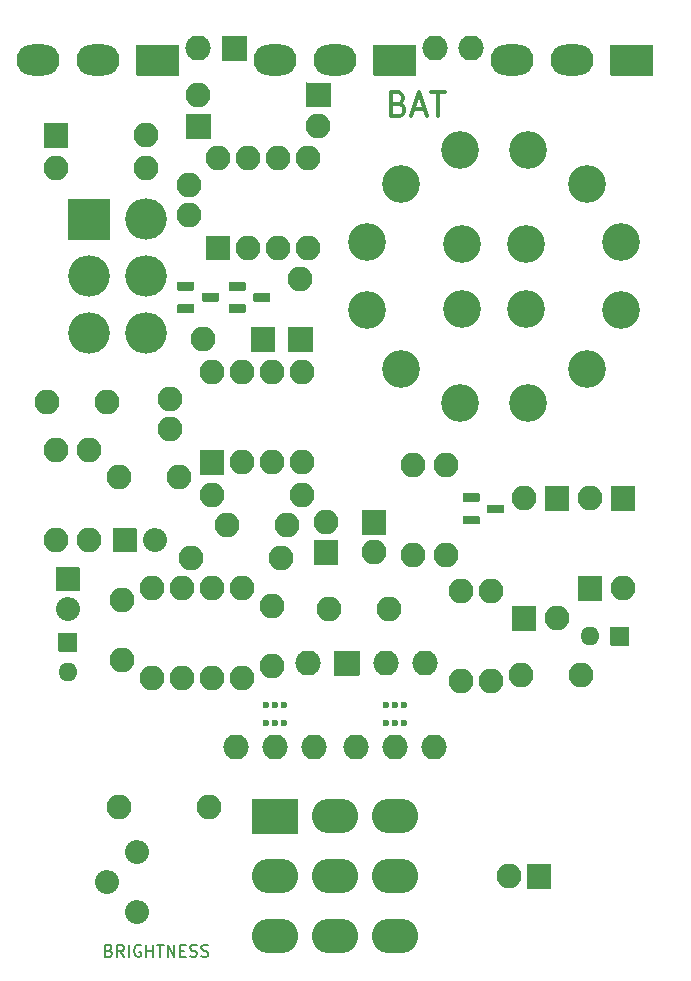
<source format=gbr>
G04 #@! TF.GenerationSoftware,KiCad,Pcbnew,(5.1.8-0-10_14)*
G04 #@! TF.CreationDate,2021-01-24T00:18:35+01:00*
G04 #@! TF.ProjectId,bat,6261742e-6b69-4636-9164-5f7063625858,rev?*
G04 #@! TF.SameCoordinates,Original*
G04 #@! TF.FileFunction,Soldermask,Top*
G04 #@! TF.FilePolarity,Negative*
%FSLAX46Y46*%
G04 Gerber Fmt 4.6, Leading zero omitted, Abs format (unit mm)*
G04 Created by KiCad (PCBNEW (5.1.8-0-10_14)) date 2021-01-24 00:18:35*
%MOMM*%
%LPD*%
G01*
G04 APERTURE LIST*
%ADD10C,0.300000*%
%ADD11C,0.150000*%
%ADD12O,2.100000X2.100000*%
%ADD13O,3.916000X2.916000*%
%ADD14O,3.640000X2.640000*%
%ADD15C,3.198800*%
%ADD16C,0.600000*%
%ADD17O,3.516000X3.516000*%
%ADD18O,2.030400X2.030400*%
%ADD19O,2.132000X2.132000*%
%ADD20O,1.608000X1.608000*%
G04 APERTURE END LIST*
D10*
X92757809Y-83677142D02*
X93043523Y-83772380D01*
X93138761Y-83867619D01*
X93234000Y-84058095D01*
X93234000Y-84343809D01*
X93138761Y-84534285D01*
X93043523Y-84629523D01*
X92853047Y-84724761D01*
X92091142Y-84724761D01*
X92091142Y-82724761D01*
X92757809Y-82724761D01*
X92948285Y-82820000D01*
X93043523Y-82915238D01*
X93138761Y-83105714D01*
X93138761Y-83296190D01*
X93043523Y-83486666D01*
X92948285Y-83581904D01*
X92757809Y-83677142D01*
X92091142Y-83677142D01*
X93995904Y-84153333D02*
X94948285Y-84153333D01*
X93805428Y-84724761D02*
X94472095Y-82724761D01*
X95138761Y-84724761D01*
X95519714Y-82724761D02*
X96662571Y-82724761D01*
X96091142Y-84724761D02*
X96091142Y-82724761D01*
D11*
X68263000Y-155376571D02*
X68405857Y-155424190D01*
X68453476Y-155471809D01*
X68501095Y-155567047D01*
X68501095Y-155709904D01*
X68453476Y-155805142D01*
X68405857Y-155852761D01*
X68310619Y-155900380D01*
X67929666Y-155900380D01*
X67929666Y-154900380D01*
X68263000Y-154900380D01*
X68358238Y-154948000D01*
X68405857Y-154995619D01*
X68453476Y-155090857D01*
X68453476Y-155186095D01*
X68405857Y-155281333D01*
X68358238Y-155328952D01*
X68263000Y-155376571D01*
X67929666Y-155376571D01*
X69501095Y-155900380D02*
X69167761Y-155424190D01*
X68929666Y-155900380D02*
X68929666Y-154900380D01*
X69310619Y-154900380D01*
X69405857Y-154948000D01*
X69453476Y-154995619D01*
X69501095Y-155090857D01*
X69501095Y-155233714D01*
X69453476Y-155328952D01*
X69405857Y-155376571D01*
X69310619Y-155424190D01*
X68929666Y-155424190D01*
X69929666Y-155900380D02*
X69929666Y-154900380D01*
X70929666Y-154948000D02*
X70834428Y-154900380D01*
X70691571Y-154900380D01*
X70548714Y-154948000D01*
X70453476Y-155043238D01*
X70405857Y-155138476D01*
X70358238Y-155328952D01*
X70358238Y-155471809D01*
X70405857Y-155662285D01*
X70453476Y-155757523D01*
X70548714Y-155852761D01*
X70691571Y-155900380D01*
X70786809Y-155900380D01*
X70929666Y-155852761D01*
X70977285Y-155805142D01*
X70977285Y-155471809D01*
X70786809Y-155471809D01*
X71405857Y-155900380D02*
X71405857Y-154900380D01*
X71405857Y-155376571D02*
X71977285Y-155376571D01*
X71977285Y-155900380D02*
X71977285Y-154900380D01*
X72310619Y-154900380D02*
X72882047Y-154900380D01*
X72596333Y-155900380D02*
X72596333Y-154900380D01*
X73215380Y-155900380D02*
X73215380Y-154900380D01*
X73786809Y-155900380D01*
X73786809Y-154900380D01*
X74263000Y-155376571D02*
X74596333Y-155376571D01*
X74739190Y-155900380D02*
X74263000Y-155900380D01*
X74263000Y-154900380D01*
X74739190Y-154900380D01*
X75120142Y-155852761D02*
X75263000Y-155900380D01*
X75501095Y-155900380D01*
X75596333Y-155852761D01*
X75643952Y-155805142D01*
X75691571Y-155709904D01*
X75691571Y-155614666D01*
X75643952Y-155519428D01*
X75596333Y-155471809D01*
X75501095Y-155424190D01*
X75310619Y-155376571D01*
X75215380Y-155328952D01*
X75167761Y-155281333D01*
X75120142Y-155186095D01*
X75120142Y-155090857D01*
X75167761Y-154995619D01*
X75215380Y-154948000D01*
X75310619Y-154900380D01*
X75548714Y-154900380D01*
X75691571Y-154948000D01*
X76072523Y-155852761D02*
X76215380Y-155900380D01*
X76453476Y-155900380D01*
X76548714Y-155852761D01*
X76596333Y-155805142D01*
X76643952Y-155709904D01*
X76643952Y-155614666D01*
X76596333Y-155519428D01*
X76548714Y-155471809D01*
X76453476Y-155424190D01*
X76263000Y-155376571D01*
X76167761Y-155328952D01*
X76120142Y-155281333D01*
X76072523Y-155186095D01*
X76072523Y-155090857D01*
X76120142Y-154995619D01*
X76167761Y-154948000D01*
X76263000Y-154900380D01*
X76501095Y-154900380D01*
X76643952Y-154948000D01*
D12*
X86614000Y-119126000D03*
G36*
G01*
X87614000Y-122716000D02*
X85614000Y-122716000D01*
G75*
G02*
X85564000Y-122666000I0J50000D01*
G01*
X85564000Y-120666000D01*
G75*
G02*
X85614000Y-120616000I50000J0D01*
G01*
X87614000Y-120616000D01*
G75*
G02*
X87664000Y-120666000I0J-50000D01*
G01*
X87664000Y-122666000D01*
G75*
G02*
X87614000Y-122716000I-50000J0D01*
G01*
G37*
X90678000Y-121666000D03*
G36*
G01*
X89678000Y-118076000D02*
X91678000Y-118076000D01*
G75*
G02*
X91728000Y-118126000I0J-50000D01*
G01*
X91728000Y-120126000D01*
G75*
G02*
X91678000Y-120176000I-50000J0D01*
G01*
X89678000Y-120176000D01*
G75*
G02*
X89628000Y-120126000I0J50000D01*
G01*
X89628000Y-118126000D01*
G75*
G02*
X89678000Y-118076000I50000J0D01*
G01*
G37*
G36*
G01*
X84254000Y-142610000D02*
X84254000Y-145426000D01*
G75*
G02*
X84204000Y-145476000I-50000J0D01*
G01*
X80388000Y-145476000D01*
G75*
G02*
X80338000Y-145426000I0J50000D01*
G01*
X80338000Y-142610000D01*
G75*
G02*
X80388000Y-142560000I50000J0D01*
G01*
X84204000Y-142560000D01*
G75*
G02*
X84254000Y-142610000I0J-50000D01*
G01*
G37*
D13*
X82296000Y-149098000D03*
X82296000Y-154178000D03*
X87376000Y-144018000D03*
X87376000Y-149098000D03*
X87376000Y-154178000D03*
X92456000Y-144018000D03*
X92456000Y-149098000D03*
X92456000Y-154178000D03*
D14*
X102362000Y-80010000D03*
X107442000Y-80010000D03*
G36*
G01*
X114342000Y-78740000D02*
X114342000Y-81280000D01*
G75*
G02*
X114292000Y-81330000I-50000J0D01*
G01*
X110752000Y-81330000D01*
G75*
G02*
X110702000Y-81280000I0J50000D01*
G01*
X110702000Y-78740000D01*
G75*
G02*
X110752000Y-78690000I50000J0D01*
G01*
X114292000Y-78690000D01*
G75*
G02*
X114342000Y-78740000I0J-50000D01*
G01*
G37*
X62230000Y-80010000D03*
X67310000Y-80010000D03*
G36*
G01*
X74210000Y-78740000D02*
X74210000Y-81280000D01*
G75*
G02*
X74160000Y-81330000I-50000J0D01*
G01*
X70620000Y-81330000D01*
G75*
G02*
X70570000Y-81280000I0J50000D01*
G01*
X70570000Y-78740000D01*
G75*
G02*
X70620000Y-78690000I50000J0D01*
G01*
X74160000Y-78690000D01*
G75*
G02*
X74210000Y-78740000I0J-50000D01*
G01*
G37*
X82296000Y-80010000D03*
X87376000Y-80010000D03*
G36*
G01*
X94276000Y-78740000D02*
X94276000Y-81280000D01*
G75*
G02*
X94226000Y-81330000I-50000J0D01*
G01*
X90686000Y-81330000D01*
G75*
G02*
X90636000Y-81280000I0J50000D01*
G01*
X90636000Y-78740000D01*
G75*
G02*
X90686000Y-78690000I50000J0D01*
G01*
X94226000Y-78690000D01*
G75*
G02*
X94276000Y-78740000I0J-50000D01*
G01*
G37*
D12*
X102108000Y-149098000D03*
G36*
G01*
X105698000Y-148098000D02*
X105698000Y-150098000D01*
G75*
G02*
X105648000Y-150148000I-50000J0D01*
G01*
X103648000Y-150148000D01*
G75*
G02*
X103598000Y-150098000I0J50000D01*
G01*
X103598000Y-148098000D01*
G75*
G02*
X103648000Y-148048000I50000J0D01*
G01*
X105648000Y-148048000D01*
G75*
G02*
X105698000Y-148098000I0J-50000D01*
G01*
G37*
D15*
X103563420Y-95572580D03*
X103563420Y-101023420D03*
X98112580Y-101023420D03*
X98112580Y-95572580D03*
X103713280Y-87574120D03*
X108689140Y-90446860D03*
X111561880Y-95422720D03*
X111561880Y-101173280D03*
X108689140Y-106149140D03*
X103713280Y-109021880D03*
X97962720Y-109021880D03*
X92986860Y-106149140D03*
X90114120Y-101173280D03*
X90114120Y-95422720D03*
X92986860Y-90446860D03*
X97962720Y-87574120D03*
G36*
G01*
X82330000Y-102632000D02*
X82330000Y-104632000D01*
G75*
G02*
X82280000Y-104682000I-50000J0D01*
G01*
X80280000Y-104682000D01*
G75*
G02*
X80230000Y-104632000I0J50000D01*
G01*
X80230000Y-102632000D01*
G75*
G02*
X80280000Y-102582000I50000J0D01*
G01*
X82280000Y-102582000D01*
G75*
G02*
X82330000Y-102632000I0J-50000D01*
G01*
G37*
D12*
X76200000Y-103632000D03*
G36*
G01*
X85455000Y-104682000D02*
X83455000Y-104682000D01*
G75*
G02*
X83405000Y-104632000I0J50000D01*
G01*
X83405000Y-102632000D01*
G75*
G02*
X83455000Y-102582000I50000J0D01*
G01*
X85455000Y-102582000D01*
G75*
G02*
X85505000Y-102632000I0J-50000D01*
G01*
X85505000Y-104632000D01*
G75*
G02*
X85455000Y-104682000I-50000J0D01*
G01*
G37*
X84455000Y-98552000D03*
G36*
G01*
X78367000Y-99426000D02*
X78367000Y-98826000D01*
G75*
G02*
X78437000Y-98756000I70000J0D01*
G01*
X79737000Y-98756000D01*
G75*
G02*
X79807000Y-98826000I0J-70000D01*
G01*
X79807000Y-99426000D01*
G75*
G02*
X79737000Y-99496000I-70000J0D01*
G01*
X78437000Y-99496000D01*
G75*
G02*
X78367000Y-99426000I0J70000D01*
G01*
G37*
G36*
G01*
X78367000Y-101326000D02*
X78367000Y-100726000D01*
G75*
G02*
X78437000Y-100656000I70000J0D01*
G01*
X79737000Y-100656000D01*
G75*
G02*
X79807000Y-100726000I0J-70000D01*
G01*
X79807000Y-101326000D01*
G75*
G02*
X79737000Y-101396000I-70000J0D01*
G01*
X78437000Y-101396000D01*
G75*
G02*
X78367000Y-101326000I0J70000D01*
G01*
G37*
G36*
G01*
X80467000Y-100376000D02*
X80467000Y-99776000D01*
G75*
G02*
X80537000Y-99706000I70000J0D01*
G01*
X81837000Y-99706000D01*
G75*
G02*
X81907000Y-99776000I0J-70000D01*
G01*
X81907000Y-100376000D01*
G75*
G02*
X81837000Y-100446000I-70000J0D01*
G01*
X80537000Y-100446000D01*
G75*
G02*
X80467000Y-100376000I0J70000D01*
G01*
G37*
G36*
G01*
X74015000Y-99426000D02*
X74015000Y-98826000D01*
G75*
G02*
X74085000Y-98756000I70000J0D01*
G01*
X75385000Y-98756000D01*
G75*
G02*
X75455000Y-98826000I0J-70000D01*
G01*
X75455000Y-99426000D01*
G75*
G02*
X75385000Y-99496000I-70000J0D01*
G01*
X74085000Y-99496000D01*
G75*
G02*
X74015000Y-99426000I0J70000D01*
G01*
G37*
G36*
G01*
X74015000Y-101326000D02*
X74015000Y-100726000D01*
G75*
G02*
X74085000Y-100656000I70000J0D01*
G01*
X75385000Y-100656000D01*
G75*
G02*
X75455000Y-100726000I0J-70000D01*
G01*
X75455000Y-101326000D01*
G75*
G02*
X75385000Y-101396000I-70000J0D01*
G01*
X74085000Y-101396000D01*
G75*
G02*
X74015000Y-101326000I0J70000D01*
G01*
G37*
G36*
G01*
X76115000Y-100376000D02*
X76115000Y-99776000D01*
G75*
G02*
X76185000Y-99706000I70000J0D01*
G01*
X77485000Y-99706000D01*
G75*
G02*
X77555000Y-99776000I0J-70000D01*
G01*
X77555000Y-100376000D01*
G75*
G02*
X77485000Y-100446000I-70000J0D01*
G01*
X76185000Y-100446000D01*
G75*
G02*
X76115000Y-100376000I0J70000D01*
G01*
G37*
G36*
G01*
X98179000Y-117333000D02*
X98179000Y-116733000D01*
G75*
G02*
X98249000Y-116663000I70000J0D01*
G01*
X99549000Y-116663000D01*
G75*
G02*
X99619000Y-116733000I0J-70000D01*
G01*
X99619000Y-117333000D01*
G75*
G02*
X99549000Y-117403000I-70000J0D01*
G01*
X98249000Y-117403000D01*
G75*
G02*
X98179000Y-117333000I0J70000D01*
G01*
G37*
G36*
G01*
X98179000Y-119233000D02*
X98179000Y-118633000D01*
G75*
G02*
X98249000Y-118563000I70000J0D01*
G01*
X99549000Y-118563000D01*
G75*
G02*
X99619000Y-118633000I0J-70000D01*
G01*
X99619000Y-119233000D01*
G75*
G02*
X99549000Y-119303000I-70000J0D01*
G01*
X98249000Y-119303000D01*
G75*
G02*
X98179000Y-119233000I0J70000D01*
G01*
G37*
G36*
G01*
X100279000Y-118283000D02*
X100279000Y-117683000D01*
G75*
G02*
X100349000Y-117613000I70000J0D01*
G01*
X101649000Y-117613000D01*
G75*
G02*
X101719000Y-117683000I0J-70000D01*
G01*
X101719000Y-118283000D01*
G75*
G02*
X101649000Y-118353000I-70000J0D01*
G01*
X100349000Y-118353000D01*
G75*
G02*
X100279000Y-118283000I0J70000D01*
G01*
G37*
G36*
G01*
X87029000Y-81931000D02*
X87029000Y-83931000D01*
G75*
G02*
X86979000Y-83981000I-50000J0D01*
G01*
X84979000Y-83981000D01*
G75*
G02*
X84929000Y-83931000I0J50000D01*
G01*
X84929000Y-81931000D01*
G75*
G02*
X84979000Y-81881000I50000J0D01*
G01*
X86979000Y-81881000D01*
G75*
G02*
X87029000Y-81931000I0J-50000D01*
G01*
G37*
X75819000Y-82931000D03*
G36*
G01*
X74769000Y-86598000D02*
X74769000Y-84598000D01*
G75*
G02*
X74819000Y-84548000I50000J0D01*
G01*
X76819000Y-84548000D01*
G75*
G02*
X76869000Y-84598000I0J-50000D01*
G01*
X76869000Y-86598000D01*
G75*
G02*
X76819000Y-86648000I-50000J0D01*
G01*
X74819000Y-86648000D01*
G75*
G02*
X74769000Y-86598000I0J50000D01*
G01*
G37*
X85979000Y-85598000D03*
G36*
G01*
X62704000Y-87360000D02*
X62704000Y-85360000D01*
G75*
G02*
X62754000Y-85310000I50000J0D01*
G01*
X64754000Y-85310000D01*
G75*
G02*
X64804000Y-85360000I0J-50000D01*
G01*
X64804000Y-87360000D01*
G75*
G02*
X64754000Y-87410000I-50000J0D01*
G01*
X62754000Y-87410000D01*
G75*
G02*
X62704000Y-87360000I0J50000D01*
G01*
G37*
X71374000Y-86360000D03*
X75057000Y-93091000D03*
X75057000Y-90551000D03*
D16*
X83046000Y-136068500D03*
X81546000Y-136068500D03*
X81546000Y-134568500D03*
X83046000Y-134568500D03*
X82296000Y-136068500D03*
X82296000Y-134568500D03*
X93206000Y-136068500D03*
X91706000Y-136068500D03*
X91706000Y-134568500D03*
X93206000Y-134568500D03*
X92456000Y-136068500D03*
X92456000Y-134568500D03*
D12*
X76962000Y-106426000D03*
X79502000Y-106426000D03*
X82042000Y-106426000D03*
X84582000Y-106426000D03*
X84582000Y-114046000D03*
X82042000Y-114046000D03*
X79502000Y-114046000D03*
G36*
G01*
X77962000Y-115096000D02*
X75962000Y-115096000D01*
G75*
G02*
X75912000Y-115046000I0J50000D01*
G01*
X75912000Y-113046000D01*
G75*
G02*
X75962000Y-112996000I50000J0D01*
G01*
X77962000Y-112996000D01*
G75*
G02*
X78012000Y-113046000I0J-50000D01*
G01*
X78012000Y-115046000D01*
G75*
G02*
X77962000Y-115096000I-50000J0D01*
G01*
G37*
X77470000Y-88265000D03*
X80010000Y-88265000D03*
X82550000Y-88265000D03*
X85090000Y-88265000D03*
X85090000Y-95885000D03*
X82550000Y-95885000D03*
X80010000Y-95885000D03*
G36*
G01*
X78470000Y-96935000D02*
X76470000Y-96935000D01*
G75*
G02*
X76420000Y-96885000I0J50000D01*
G01*
X76420000Y-94885000D01*
G75*
G02*
X76470000Y-94835000I50000J0D01*
G01*
X78470000Y-94835000D01*
G75*
G02*
X78520000Y-94885000I0J-50000D01*
G01*
X78520000Y-96885000D01*
G75*
G02*
X78470000Y-96935000I-50000J0D01*
G01*
G37*
D17*
X71378000Y-103132000D03*
X71378000Y-98302000D03*
X71378000Y-93472000D03*
X66548000Y-103132000D03*
X66548000Y-98302000D03*
G36*
G01*
X64790000Y-95180000D02*
X64790000Y-91764000D01*
G75*
G02*
X64840000Y-91714000I50000J0D01*
G01*
X68256000Y-91714000D01*
G75*
G02*
X68306000Y-91764000I0J-50000D01*
G01*
X68306000Y-95180000D01*
G75*
G02*
X68256000Y-95230000I-50000J0D01*
G01*
X64840000Y-95230000D01*
G75*
G02*
X64790000Y-95180000I0J50000D01*
G01*
G37*
D18*
X70612000Y-147066000D03*
X68072000Y-149606000D03*
X70612000Y-152146000D03*
D12*
X66548000Y-120650000D03*
X66548000Y-113030000D03*
X63754000Y-120650000D03*
X63754000Y-113030000D03*
X93980000Y-114300000D03*
X93980000Y-121920000D03*
X82042000Y-126238000D03*
X82042000Y-131318000D03*
X98044000Y-132588000D03*
X98044000Y-124968000D03*
X96774000Y-114300000D03*
X96774000Y-121920000D03*
X76962000Y-116840000D03*
X84582000Y-116840000D03*
X71882000Y-132334000D03*
X71882000Y-124714000D03*
X74422000Y-132334000D03*
X74422000Y-124714000D03*
X69088000Y-143256000D03*
X76708000Y-143256000D03*
X75184000Y-122174000D03*
X82804000Y-122174000D03*
X76962000Y-132334000D03*
X76962000Y-124714000D03*
X71374000Y-89154000D03*
X63754000Y-89154000D03*
D19*
X98933000Y-78994000D03*
X91694000Y-131064000D03*
X95885000Y-78994000D03*
X94996000Y-131064000D03*
X85090000Y-131064000D03*
X95758000Y-138176000D03*
X92456000Y-138176000D03*
X89154000Y-138176000D03*
X75819000Y-78994000D03*
X85598000Y-138176000D03*
G36*
G01*
X77801000Y-80010000D02*
X77801000Y-77978000D01*
G75*
G02*
X77851000Y-77928000I50000J0D01*
G01*
X79883000Y-77928000D01*
G75*
G02*
X79933000Y-77978000I0J-50000D01*
G01*
X79933000Y-80010000D01*
G75*
G02*
X79883000Y-80060000I-50000J0D01*
G01*
X77851000Y-80060000D01*
G75*
G02*
X77801000Y-80010000I0J50000D01*
G01*
G37*
X78994000Y-138176000D03*
X82296000Y-138176000D03*
G36*
G01*
X87326000Y-132080000D02*
X87326000Y-130048000D01*
G75*
G02*
X87376000Y-129998000I50000J0D01*
G01*
X89408000Y-129998000D01*
G75*
G02*
X89458000Y-130048000I0J-50000D01*
G01*
X89458000Y-132080000D01*
G75*
G02*
X89408000Y-132130000I-50000J0D01*
G01*
X87376000Y-132130000D01*
G75*
G02*
X87326000Y-132080000I0J50000D01*
G01*
G37*
G36*
G01*
X105172000Y-116044000D02*
X107172000Y-116044000D01*
G75*
G02*
X107222000Y-116094000I0J-50000D01*
G01*
X107222000Y-118094000D01*
G75*
G02*
X107172000Y-118144000I-50000J0D01*
G01*
X105172000Y-118144000D01*
G75*
G02*
X105122000Y-118094000I0J50000D01*
G01*
X105122000Y-116094000D01*
G75*
G02*
X105172000Y-116044000I50000J0D01*
G01*
G37*
D12*
X106172000Y-127254000D03*
G36*
G01*
X104378000Y-128304000D02*
X102378000Y-128304000D01*
G75*
G02*
X102328000Y-128254000I0J50000D01*
G01*
X102328000Y-126254000D01*
G75*
G02*
X102378000Y-126204000I50000J0D01*
G01*
X104378000Y-126204000D01*
G75*
G02*
X104428000Y-126254000I0J-50000D01*
G01*
X104428000Y-128254000D01*
G75*
G02*
X104378000Y-128304000I-50000J0D01*
G01*
G37*
X103378000Y-117094000D03*
G36*
G01*
X110760000Y-116044000D02*
X112760000Y-116044000D01*
G75*
G02*
X112810000Y-116094000I0J-50000D01*
G01*
X112810000Y-118094000D01*
G75*
G02*
X112760000Y-118144000I-50000J0D01*
G01*
X110760000Y-118144000D01*
G75*
G02*
X110710000Y-118094000I0J50000D01*
G01*
X110710000Y-116094000D01*
G75*
G02*
X110760000Y-116044000I50000J0D01*
G01*
G37*
X111760000Y-124714000D03*
G36*
G01*
X109966000Y-125764000D02*
X107966000Y-125764000D01*
G75*
G02*
X107916000Y-125714000I0J50000D01*
G01*
X107916000Y-123714000D01*
G75*
G02*
X107966000Y-123664000I50000J0D01*
G01*
X109966000Y-123664000D01*
G75*
G02*
X110016000Y-123714000I0J-50000D01*
G01*
X110016000Y-125714000D01*
G75*
G02*
X109966000Y-125764000I-50000J0D01*
G01*
G37*
X108966000Y-117094000D03*
X68072000Y-108966000D03*
X62992000Y-108966000D03*
D18*
X72136000Y-120650000D03*
G36*
G01*
X68580800Y-121615200D02*
X68580800Y-119684800D01*
G75*
G02*
X68630800Y-119634800I50000J0D01*
G01*
X70561200Y-119634800D01*
G75*
G02*
X70611200Y-119684800I0J-50000D01*
G01*
X70611200Y-121615200D01*
G75*
G02*
X70561200Y-121665200I-50000J0D01*
G01*
X68630800Y-121665200D01*
G75*
G02*
X68580800Y-121615200I0J50000D01*
G01*
G37*
X64770000Y-126492000D03*
G36*
G01*
X63804800Y-122936800D02*
X65735200Y-122936800D01*
G75*
G02*
X65785200Y-122986800I0J-50000D01*
G01*
X65785200Y-124917200D01*
G75*
G02*
X65735200Y-124967200I-50000J0D01*
G01*
X63804800Y-124967200D01*
G75*
G02*
X63754800Y-124917200I0J50000D01*
G01*
X63754800Y-122986800D01*
G75*
G02*
X63804800Y-122936800I50000J0D01*
G01*
G37*
D12*
X73406000Y-111252000D03*
X73406000Y-108712000D03*
X91948000Y-126492000D03*
X86868000Y-126492000D03*
X69342000Y-130810000D03*
X69342000Y-125730000D03*
X108204000Y-132080000D03*
X103124000Y-132080000D03*
X100584000Y-132588000D03*
X100584000Y-124968000D03*
X69088000Y-115316000D03*
X74168000Y-115316000D03*
X79502000Y-132334000D03*
X79502000Y-124714000D03*
D20*
X64770000Y-131826000D03*
G36*
G01*
X64016000Y-128482000D02*
X65524000Y-128482000D01*
G75*
G02*
X65574000Y-128532000I0J-50000D01*
G01*
X65574000Y-130040000D01*
G75*
G02*
X65524000Y-130090000I-50000J0D01*
G01*
X64016000Y-130090000D01*
G75*
G02*
X63966000Y-130040000I0J50000D01*
G01*
X63966000Y-128532000D01*
G75*
G02*
X64016000Y-128482000I50000J0D01*
G01*
G37*
X108966000Y-128778000D03*
G36*
G01*
X112310000Y-128024000D02*
X112310000Y-129532000D01*
G75*
G02*
X112260000Y-129582000I-50000J0D01*
G01*
X110752000Y-129582000D01*
G75*
G02*
X110702000Y-129532000I0J50000D01*
G01*
X110702000Y-128024000D01*
G75*
G02*
X110752000Y-127974000I50000J0D01*
G01*
X112260000Y-127974000D01*
G75*
G02*
X112310000Y-128024000I0J-50000D01*
G01*
G37*
D12*
X78232000Y-119380000D03*
X83312000Y-119380000D03*
M02*

</source>
